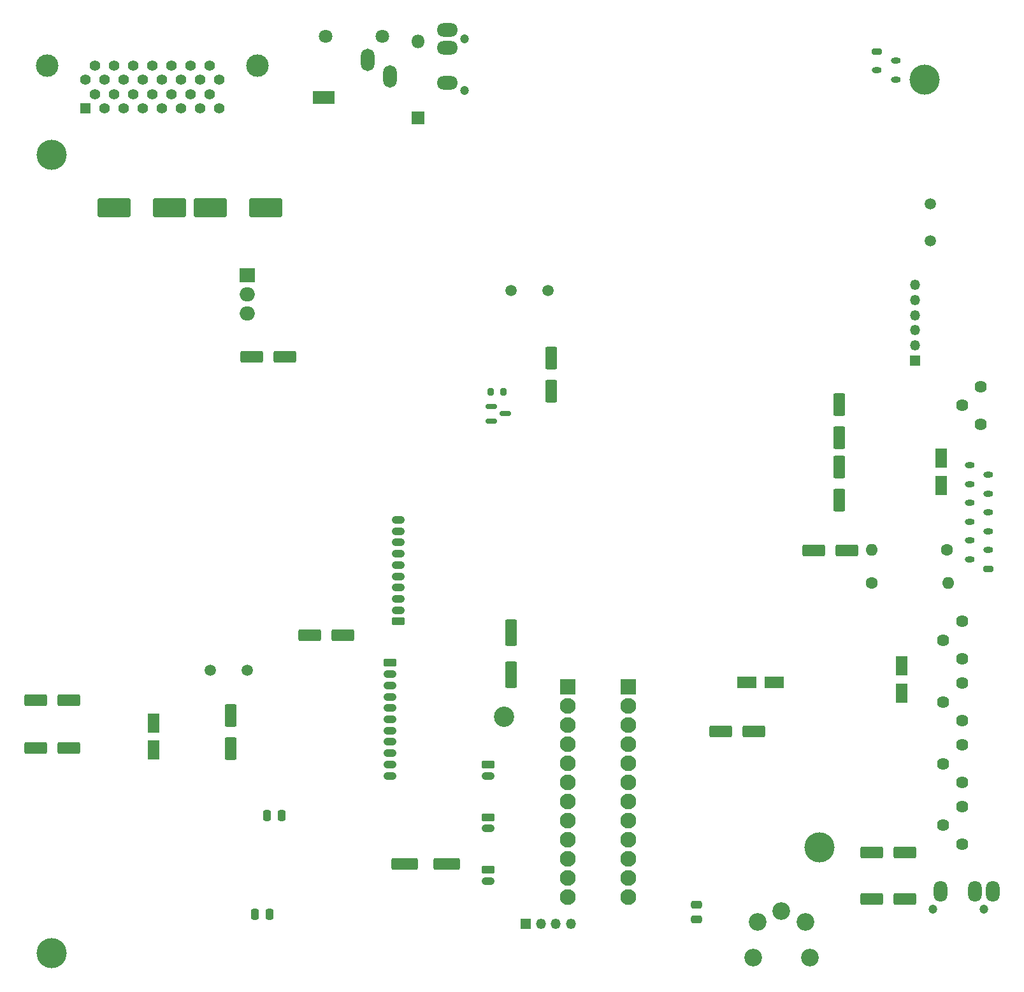
<source format=gbr>
%TF.GenerationSoftware,KiCad,Pcbnew,8.0.9-8.0.9-0~ubuntu24.04.1*%
%TF.CreationDate,2025-02-24T01:21:32+01:00*%
%TF.ProjectId,Main_PCB,4d61696e-5f50-4434-922e-6b696361645f,0.1*%
%TF.SameCoordinates,Original*%
%TF.FileFunction,Soldermask,Bot*%
%TF.FilePolarity,Negative*%
%FSLAX46Y46*%
G04 Gerber Fmt 4.6, Leading zero omitted, Abs format (unit mm)*
G04 Created by KiCad (PCBNEW 8.0.9-8.0.9-0~ubuntu24.04.1) date 2025-02-24 01:21:32*
%MOMM*%
%LPD*%
G01*
G04 APERTURE LIST*
G04 Aperture macros list*
%AMRoundRect*
0 Rectangle with rounded corners*
0 $1 Rounding radius*
0 $2 $3 $4 $5 $6 $7 $8 $9 X,Y pos of 4 corners*
0 Add a 4 corners polygon primitive as box body*
4,1,4,$2,$3,$4,$5,$6,$7,$8,$9,$2,$3,0*
0 Add four circle primitives for the rounded corners*
1,1,$1+$1,$2,$3*
1,1,$1+$1,$4,$5*
1,1,$1+$1,$6,$7*
1,1,$1+$1,$8,$9*
0 Add four rect primitives between the rounded corners*
20,1,$1+$1,$2,$3,$4,$5,0*
20,1,$1+$1,$4,$5,$6,$7,0*
20,1,$1+$1,$6,$7,$8,$9,0*
20,1,$1+$1,$8,$9,$2,$3,0*%
G04 Aperture macros list end*
%ADD10C,1.500000*%
%ADD11C,2.340000*%
%ADD12C,4.000000*%
%ADD13C,2.700000*%
%ADD14R,1.350000X1.350000*%
%ADD15O,1.350000X1.350000*%
%ADD16RoundRect,0.250000X0.550000X-1.250000X0.550000X1.250000X-0.550000X1.250000X-0.550000X-1.250000X0*%
%ADD17RoundRect,0.250000X1.250000X0.550000X-1.250000X0.550000X-1.250000X-0.550000X1.250000X-0.550000X0*%
%ADD18RoundRect,0.250000X-1.950000X-1.000000X1.950000X-1.000000X1.950000X1.000000X-1.950000X1.000000X0*%
%ADD19RoundRect,0.250000X0.550000X-1.500000X0.550000X1.500000X-0.550000X1.500000X-0.550000X-1.500000X0*%
%ADD20C,1.200000*%
%ADD21O,2.800000X1.800000*%
%ADD22RoundRect,0.250000X0.550000X-1.050000X0.550000X1.050000X-0.550000X1.050000X-0.550000X-1.050000X0*%
%ADD23RoundRect,0.250000X-1.500000X-0.550000X1.500000X-0.550000X1.500000X0.550000X-1.500000X0.550000X0*%
%ADD24RoundRect,0.250000X-1.250000X-0.550000X1.250000X-0.550000X1.250000X0.550000X-1.250000X0.550000X0*%
%ADD25RoundRect,0.250000X1.950000X1.000000X-1.950000X1.000000X-1.950000X-1.000000X1.950000X-1.000000X0*%
%ADD26RoundRect,0.250000X-0.250000X-0.475000X0.250000X-0.475000X0.250000X0.475000X-0.250000X0.475000X0*%
%ADD27RoundRect,0.200000X0.450000X-0.200000X0.450000X0.200000X-0.450000X0.200000X-0.450000X-0.200000X0*%
%ADD28O,1.300000X0.800000*%
%ADD29RoundRect,0.250000X-0.550000X1.250000X-0.550000X-1.250000X0.550000X-1.250000X0.550000X1.250000X0*%
%ADD30RoundRect,0.250000X0.615000X-0.265000X0.615000X0.265000X-0.615000X0.265000X-0.615000X-0.265000X0*%
%ADD31O,1.730000X1.030000*%
%ADD32RoundRect,0.250000X-0.475000X0.250000X-0.475000X-0.250000X0.475000X-0.250000X0.475000X0.250000X0*%
%ADD33RoundRect,0.250000X-0.615000X0.265000X-0.615000X-0.265000X0.615000X-0.265000X0.615000X0.265000X0*%
%ADD34C,1.600000*%
%ADD35O,1.600000X1.600000*%
%ADD36C,1.620000*%
%ADD37R,2.100000X2.100000*%
%ADD38C,2.100000*%
%ADD39O,1.800000X2.800000*%
%ADD40RoundRect,0.200000X-0.450000X0.200000X-0.450000X-0.200000X0.450000X-0.200000X0.450000X0.200000X0*%
%ADD41RoundRect,0.200000X0.200000X0.275000X-0.200000X0.275000X-0.200000X-0.275000X0.200000X-0.275000X0*%
%ADD42R,1.400000X1.400000*%
%ADD43C,1.400000*%
%ADD44C,3.000000*%
%ADD45C,1.800000*%
%ADD46R,3.000000X1.800000*%
%ADD47O,1.800000X3.000000*%
%ADD48R,1.800000X1.800000*%
%ADD49O,1.800000X1.800000*%
%ADD50R,2.000000X1.905000*%
%ADD51O,2.000000X1.905000*%
%ADD52RoundRect,0.250000X1.050000X0.550000X-1.050000X0.550000X-1.050000X-0.550000X1.050000X-0.550000X0*%
%ADD53RoundRect,0.150000X-0.587500X-0.150000X0.587500X-0.150000X0.587500X0.150000X-0.587500X0.150000X0*%
G04 APERTURE END LIST*
D10*
%TO.C,X101*%
X166800000Y-107400000D03*
X166800000Y-102500000D03*
%TD*%
D11*
%TO.C,RV201*%
X150800000Y-202700000D03*
X150200000Y-197900000D03*
X147000000Y-196500000D03*
X143800000Y-197900000D03*
X143200000Y-202700000D03*
%TD*%
D12*
%TO.C,H4*%
X152000000Y-188000000D03*
%TD*%
%TO.C,H2*%
X166000000Y-86000000D03*
%TD*%
%TO.C,H1*%
X50000000Y-96000000D03*
%TD*%
D13*
%TO.C,H5*%
X110100000Y-170700000D03*
%TD*%
D12*
%TO.C,H3*%
X50000000Y-202100000D03*
%TD*%
D14*
%TO.C,P104*%
X113000000Y-198200000D03*
D15*
X115000000Y-198200000D03*
X117000000Y-198200000D03*
X119000000Y-198200000D03*
%TD*%
D16*
%TO.C,C149*%
X116400000Y-127400000D03*
X116400000Y-123000000D03*
%TD*%
D17*
%TO.C,C201*%
X52300000Y-174800000D03*
X47900000Y-174800000D03*
%TD*%
D10*
%TO.C,CF101*%
X111100000Y-114000000D03*
X116000000Y-114000000D03*
%TD*%
D18*
%TO.C,C301*%
X71100000Y-103000000D03*
X78500000Y-103000000D03*
%TD*%
D19*
%TO.C,C136*%
X111100000Y-165100000D03*
X111100000Y-159500000D03*
%TD*%
D20*
%TO.C,JK101*%
X104900000Y-87400000D03*
X104900000Y-80600000D03*
D21*
X102600000Y-81800000D03*
X102600000Y-79400000D03*
X102600000Y-86400000D03*
%TD*%
D22*
%TO.C,C200*%
X63600000Y-175100000D03*
X63600000Y-171500000D03*
%TD*%
D23*
%TO.C,C303*%
X96900000Y-190200000D03*
X102500000Y-190200000D03*
%TD*%
D24*
%TO.C,C226*%
X159000000Y-194900000D03*
X163400000Y-194900000D03*
%TD*%
D17*
%TO.C,C122*%
X143300000Y-172600000D03*
X138900000Y-172600000D03*
%TD*%
D25*
%TO.C,C300*%
X65700000Y-103000000D03*
X58300000Y-103000000D03*
%TD*%
D26*
%TO.C,C216*%
X78650000Y-183800000D03*
X80550000Y-183800000D03*
%TD*%
D27*
%TO.C,CN102*%
X174500000Y-151000000D03*
D28*
X172000000Y-149750000D03*
X174500000Y-148500000D03*
X172000000Y-147250000D03*
X174500000Y-146000000D03*
X172000000Y-144750000D03*
X174500000Y-143500000D03*
X172000000Y-142250000D03*
X174500000Y-141000000D03*
X172000000Y-139750000D03*
X174500000Y-138500000D03*
X172000000Y-137250000D03*
%TD*%
D14*
%TO.C,P103*%
X164700000Y-123300000D03*
D15*
X164700000Y-121300000D03*
X164700000Y-119300000D03*
X164700000Y-117300000D03*
X164700000Y-115300000D03*
X164700000Y-113300000D03*
%TD*%
D29*
%TO.C,C113*%
X154700000Y-129200000D03*
X154700000Y-133600000D03*
%TD*%
D26*
%TO.C,C215*%
X77050000Y-196900000D03*
X78950000Y-196900000D03*
%TD*%
D30*
%TO.C,P101*%
X96100000Y-158000000D03*
D31*
X96100000Y-156500000D03*
X96100000Y-155000000D03*
X96100000Y-153500000D03*
X96100000Y-152000000D03*
X96100000Y-150500000D03*
X96100000Y-149000000D03*
X96100000Y-147500000D03*
X96100000Y-146000000D03*
X96100000Y-144500000D03*
%TD*%
D24*
%TO.C,C302*%
X76600000Y-122800000D03*
X81000000Y-122800000D03*
%TD*%
D32*
%TO.C,C220*%
X135700000Y-195650000D03*
X135700000Y-197550000D03*
%TD*%
D33*
%TO.C,P105*%
X108000000Y-184000000D03*
D31*
X108000000Y-185500000D03*
%TD*%
D34*
%TO.C,L101*%
X169000000Y-148500000D03*
D35*
X159000000Y-148500000D03*
%TD*%
D34*
%TO.C,R101*%
X159000000Y-152900000D03*
D35*
X169160000Y-152900000D03*
%TD*%
D33*
%TO.C,P102*%
X95000000Y-163500000D03*
D31*
X95000000Y-165000000D03*
X95000000Y-166500000D03*
X95000000Y-168000000D03*
X95000000Y-169500000D03*
X95000000Y-171000000D03*
X95000000Y-172500000D03*
X95000000Y-174000000D03*
X95000000Y-175500000D03*
X95000000Y-177000000D03*
X95000000Y-178500000D03*
%TD*%
D36*
%TO.C,VR102*%
X171000000Y-158000000D03*
X168500000Y-160500000D03*
X171000000Y-163000000D03*
%TD*%
D24*
%TO.C,C225*%
X159000000Y-188700000D03*
X163400000Y-188700000D03*
%TD*%
D22*
%TO.C,C129*%
X163000000Y-167500000D03*
X163000000Y-163900000D03*
%TD*%
D33*
%TO.C,P106*%
X108000000Y-191000000D03*
D31*
X108000000Y-192500000D03*
%TD*%
D36*
%TO.C,VR105*%
X171000000Y-166200000D03*
X168500000Y-168700000D03*
X171000000Y-171200000D03*
%TD*%
D17*
%TO.C,C202*%
X52300000Y-168500000D03*
X47900000Y-168500000D03*
%TD*%
D24*
%TO.C,C159*%
X84300000Y-159800000D03*
X88700000Y-159800000D03*
%TD*%
D36*
%TO.C,VR101*%
X173500000Y-126800000D03*
X171000000Y-129300000D03*
X173500000Y-131800000D03*
%TD*%
D37*
%TO.C,IC105*%
X126600000Y-166700000D03*
D38*
X126600000Y-169240000D03*
X126600000Y-171780000D03*
X126600000Y-174320000D03*
X126600000Y-176860000D03*
X126600000Y-179400000D03*
X126600000Y-181940000D03*
X126600000Y-184480000D03*
X126600000Y-187020000D03*
X126600000Y-189560000D03*
X126600000Y-192100000D03*
X126600000Y-194640000D03*
%TD*%
D20*
%TO.C,JK102*%
X167100000Y-196200000D03*
X173900000Y-196200000D03*
D39*
X172700000Y-193900000D03*
X175100000Y-193900000D03*
X168100000Y-193900000D03*
%TD*%
D40*
%TO.C,CN101*%
X159700000Y-82250000D03*
D28*
X162200000Y-83500000D03*
X159700000Y-84750000D03*
X162200000Y-86000000D03*
%TD*%
D41*
%TO.C,R513*%
X110025000Y-127500000D03*
X108375000Y-127500000D03*
%TD*%
D42*
%TO.C,JK104*%
X54500000Y-89810000D03*
D43*
X55770000Y-87905000D03*
X57040000Y-89810000D03*
X58310000Y-87905000D03*
X59580000Y-89810000D03*
X60850000Y-87905000D03*
X62120000Y-89810000D03*
X63390000Y-87905000D03*
X64660000Y-89810000D03*
X65930000Y-87905000D03*
X67200000Y-89810000D03*
X68470000Y-87905000D03*
X69740000Y-89810000D03*
X71010000Y-87905000D03*
X72280000Y-89810000D03*
X54500000Y-86000000D03*
X55770000Y-84095000D03*
X57040000Y-86000000D03*
X58310000Y-84095000D03*
X59580000Y-86000000D03*
X60850000Y-84095000D03*
X62120000Y-86000000D03*
X63390000Y-84095000D03*
X64660000Y-86000000D03*
X65930000Y-84095000D03*
X67200000Y-86000000D03*
X68470000Y-84095000D03*
X69740000Y-86000000D03*
X71010000Y-84095000D03*
X72280000Y-86000000D03*
D44*
X49440000Y-84095000D03*
X77340000Y-84095000D03*
%TD*%
D45*
%TO.C,JK103*%
X94000000Y-80200000D03*
X86400000Y-80200000D03*
D46*
X86200000Y-88400000D03*
D47*
X92000000Y-83400000D03*
X95000000Y-85600000D03*
%TD*%
D37*
%TO.C,IC104*%
X118600000Y-166700000D03*
D38*
X118600000Y-169240000D03*
X118600000Y-171780000D03*
X118600000Y-174320000D03*
X118600000Y-176860000D03*
X118600000Y-179400000D03*
X118600000Y-181940000D03*
X118600000Y-184480000D03*
X118600000Y-187020000D03*
X118600000Y-189560000D03*
X118600000Y-192100000D03*
X118600000Y-194640000D03*
%TD*%
D29*
%TO.C,C114*%
X154700000Y-137500000D03*
X154700000Y-141900000D03*
%TD*%
D48*
%TO.C,D301*%
X98700000Y-91100000D03*
D49*
X98700000Y-80940000D03*
%TD*%
D16*
%TO.C,C304*%
X73800000Y-174900000D03*
X73800000Y-170500000D03*
%TD*%
D50*
%TO.C,IC301*%
X76000000Y-112000000D03*
D51*
X76000000Y-114540000D03*
X76000000Y-117080000D03*
%TD*%
D36*
%TO.C,VR103*%
X171000000Y-174400000D03*
X168500000Y-176900000D03*
X171000000Y-179400000D03*
%TD*%
D52*
%TO.C,C117*%
X146000000Y-166100000D03*
X142400000Y-166100000D03*
%TD*%
D53*
%TO.C,D105*%
X108462500Y-131350000D03*
X108462500Y-129450000D03*
X110337500Y-130400000D03*
%TD*%
D10*
%TO.C,CF102*%
X71100000Y-164500000D03*
X76000000Y-164500000D03*
%TD*%
D22*
%TO.C,C102*%
X168200000Y-139900000D03*
X168200000Y-136300000D03*
%TD*%
D36*
%TO.C,VR104*%
X171000000Y-182600000D03*
X168500000Y-185100000D03*
X171000000Y-187600000D03*
%TD*%
D33*
%TO.C,P107*%
X108000000Y-177000000D03*
D31*
X108000000Y-178500000D03*
%TD*%
D24*
%TO.C,C101*%
X151300000Y-148600000D03*
X155700000Y-148600000D03*
%TD*%
M02*

</source>
